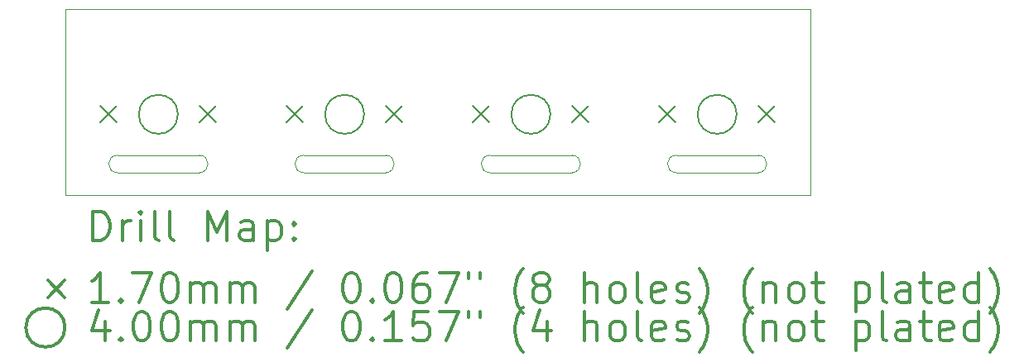
<source format=gbr>
%FSLAX45Y45*%
G04 Gerber Fmt 4.5, Leading zero omitted, Abs format (unit mm)*
G04 Created by KiCad (PCBNEW (5.1.9)-1) date 2021-10-01 07:45:44*
%MOMM*%
%LPD*%
G01*
G04 APERTURE LIST*
%TA.AperFunction,Profile*%
%ADD10C,0.050000*%
%TD*%
%ADD11C,0.200000*%
%ADD12C,0.300000*%
G04 APERTURE END LIST*
D10*
X17164050Y-8540750D02*
X17164050Y-10445750D01*
X15792450Y-10217150D02*
G75*
G02*
X15792450Y-10039350I0J88900D01*
G01*
X13887450Y-10217150D02*
G75*
G02*
X13887450Y-10039350I0J88900D01*
G01*
X11982450Y-10217150D02*
G75*
G02*
X11982450Y-10039350I0J88900D01*
G01*
X16630650Y-10217150D02*
X15792450Y-10217150D01*
X14725650Y-10217150D02*
X13887450Y-10217150D01*
X12820650Y-10217150D02*
X11982450Y-10217150D01*
X17164050Y-10445750D02*
X15259050Y-10445750D01*
X15259050Y-10445750D02*
X13354050Y-10445750D01*
X13354050Y-10445750D02*
X11449050Y-10445750D01*
X17164050Y-8540750D02*
X15259050Y-8540750D01*
X15259050Y-8540750D02*
X13354050Y-8540750D01*
X13354050Y-8540750D02*
X11449050Y-8540750D01*
X16630650Y-10039350D02*
G75*
G02*
X16630650Y-10217150I0J-88900D01*
G01*
X14725650Y-10039350D02*
G75*
G02*
X14725650Y-10217150I0J-88900D01*
G01*
X12820650Y-10039350D02*
G75*
G02*
X12820650Y-10217150I0J-88900D01*
G01*
X16630650Y-10039350D02*
X15792450Y-10039350D01*
X14725650Y-10039350D02*
X13887450Y-10039350D01*
X12820650Y-10039350D02*
X11982450Y-10039350D01*
X10915650Y-10039350D02*
G75*
G02*
X10915650Y-10217150I0J-88900D01*
G01*
X10077450Y-10217150D02*
G75*
G02*
X10077450Y-10039350I0J88900D01*
G01*
X10915650Y-10217150D02*
X10077450Y-10217150D01*
X10915650Y-10039350D02*
X10077450Y-10039350D01*
X11449050Y-10445750D02*
X9544050Y-10445750D01*
X11449050Y-8540750D02*
X9544050Y-8540750D01*
X9544050Y-8540750D02*
X9544050Y-10445750D01*
D11*
X9903550Y-9535250D02*
X10073550Y-9705250D01*
X10073550Y-9535250D02*
X9903550Y-9705250D01*
X10919550Y-9535250D02*
X11089550Y-9705250D01*
X11089550Y-9535250D02*
X10919550Y-9705250D01*
X11808550Y-9535250D02*
X11978550Y-9705250D01*
X11978550Y-9535250D02*
X11808550Y-9705250D01*
X12824550Y-9535250D02*
X12994550Y-9705250D01*
X12994550Y-9535250D02*
X12824550Y-9705250D01*
X13713550Y-9535250D02*
X13883550Y-9705250D01*
X13883550Y-9535250D02*
X13713550Y-9705250D01*
X14729550Y-9535250D02*
X14899550Y-9705250D01*
X14899550Y-9535250D02*
X14729550Y-9705250D01*
X15618550Y-9535250D02*
X15788550Y-9705250D01*
X15788550Y-9535250D02*
X15618550Y-9705250D01*
X16634550Y-9535250D02*
X16804550Y-9705250D01*
X16804550Y-9535250D02*
X16634550Y-9705250D01*
X10696550Y-9620250D02*
G75*
G03*
X10696550Y-9620250I-200000J0D01*
G01*
X12601550Y-9620250D02*
G75*
G03*
X12601550Y-9620250I-200000J0D01*
G01*
X14506550Y-9620250D02*
G75*
G03*
X14506550Y-9620250I-200000J0D01*
G01*
X16411550Y-9620250D02*
G75*
G03*
X16411550Y-9620250I-200000J0D01*
G01*
D12*
X9827978Y-10913964D02*
X9827978Y-10613964D01*
X9899407Y-10613964D01*
X9942264Y-10628250D01*
X9970836Y-10656822D01*
X9985121Y-10685393D01*
X9999407Y-10742536D01*
X9999407Y-10785393D01*
X9985121Y-10842536D01*
X9970836Y-10871107D01*
X9942264Y-10899679D01*
X9899407Y-10913964D01*
X9827978Y-10913964D01*
X10127978Y-10913964D02*
X10127978Y-10713964D01*
X10127978Y-10771107D02*
X10142264Y-10742536D01*
X10156550Y-10728250D01*
X10185121Y-10713964D01*
X10213693Y-10713964D01*
X10313693Y-10913964D02*
X10313693Y-10713964D01*
X10313693Y-10613964D02*
X10299407Y-10628250D01*
X10313693Y-10642536D01*
X10327978Y-10628250D01*
X10313693Y-10613964D01*
X10313693Y-10642536D01*
X10499407Y-10913964D02*
X10470836Y-10899679D01*
X10456550Y-10871107D01*
X10456550Y-10613964D01*
X10656550Y-10913964D02*
X10627978Y-10899679D01*
X10613693Y-10871107D01*
X10613693Y-10613964D01*
X10999407Y-10913964D02*
X10999407Y-10613964D01*
X11099407Y-10828250D01*
X11199407Y-10613964D01*
X11199407Y-10913964D01*
X11470836Y-10913964D02*
X11470836Y-10756822D01*
X11456550Y-10728250D01*
X11427978Y-10713964D01*
X11370836Y-10713964D01*
X11342264Y-10728250D01*
X11470836Y-10899679D02*
X11442264Y-10913964D01*
X11370836Y-10913964D01*
X11342264Y-10899679D01*
X11327978Y-10871107D01*
X11327978Y-10842536D01*
X11342264Y-10813964D01*
X11370836Y-10799679D01*
X11442264Y-10799679D01*
X11470836Y-10785393D01*
X11613693Y-10713964D02*
X11613693Y-11013964D01*
X11613693Y-10728250D02*
X11642264Y-10713964D01*
X11699407Y-10713964D01*
X11727978Y-10728250D01*
X11742264Y-10742536D01*
X11756550Y-10771107D01*
X11756550Y-10856822D01*
X11742264Y-10885393D01*
X11727978Y-10899679D01*
X11699407Y-10913964D01*
X11642264Y-10913964D01*
X11613693Y-10899679D01*
X11885121Y-10885393D02*
X11899407Y-10899679D01*
X11885121Y-10913964D01*
X11870836Y-10899679D01*
X11885121Y-10885393D01*
X11885121Y-10913964D01*
X11885121Y-10728250D02*
X11899407Y-10742536D01*
X11885121Y-10756822D01*
X11870836Y-10742536D01*
X11885121Y-10728250D01*
X11885121Y-10756822D01*
X9371550Y-11323250D02*
X9541550Y-11493250D01*
X9541550Y-11323250D02*
X9371550Y-11493250D01*
X9985121Y-11543964D02*
X9813693Y-11543964D01*
X9899407Y-11543964D02*
X9899407Y-11243964D01*
X9870836Y-11286821D01*
X9842264Y-11315393D01*
X9813693Y-11329679D01*
X10113693Y-11515393D02*
X10127978Y-11529679D01*
X10113693Y-11543964D01*
X10099407Y-11529679D01*
X10113693Y-11515393D01*
X10113693Y-11543964D01*
X10227978Y-11243964D02*
X10427978Y-11243964D01*
X10299407Y-11543964D01*
X10599407Y-11243964D02*
X10627978Y-11243964D01*
X10656550Y-11258250D01*
X10670836Y-11272536D01*
X10685121Y-11301107D01*
X10699407Y-11358250D01*
X10699407Y-11429679D01*
X10685121Y-11486821D01*
X10670836Y-11515393D01*
X10656550Y-11529679D01*
X10627978Y-11543964D01*
X10599407Y-11543964D01*
X10570836Y-11529679D01*
X10556550Y-11515393D01*
X10542264Y-11486821D01*
X10527978Y-11429679D01*
X10527978Y-11358250D01*
X10542264Y-11301107D01*
X10556550Y-11272536D01*
X10570836Y-11258250D01*
X10599407Y-11243964D01*
X10827978Y-11543964D02*
X10827978Y-11343964D01*
X10827978Y-11372536D02*
X10842264Y-11358250D01*
X10870836Y-11343964D01*
X10913693Y-11343964D01*
X10942264Y-11358250D01*
X10956550Y-11386821D01*
X10956550Y-11543964D01*
X10956550Y-11386821D02*
X10970836Y-11358250D01*
X10999407Y-11343964D01*
X11042264Y-11343964D01*
X11070836Y-11358250D01*
X11085121Y-11386821D01*
X11085121Y-11543964D01*
X11227978Y-11543964D02*
X11227978Y-11343964D01*
X11227978Y-11372536D02*
X11242264Y-11358250D01*
X11270836Y-11343964D01*
X11313693Y-11343964D01*
X11342264Y-11358250D01*
X11356550Y-11386821D01*
X11356550Y-11543964D01*
X11356550Y-11386821D02*
X11370836Y-11358250D01*
X11399407Y-11343964D01*
X11442264Y-11343964D01*
X11470836Y-11358250D01*
X11485121Y-11386821D01*
X11485121Y-11543964D01*
X12070836Y-11229679D02*
X11813693Y-11615393D01*
X12456550Y-11243964D02*
X12485121Y-11243964D01*
X12513693Y-11258250D01*
X12527978Y-11272536D01*
X12542264Y-11301107D01*
X12556550Y-11358250D01*
X12556550Y-11429679D01*
X12542264Y-11486821D01*
X12527978Y-11515393D01*
X12513693Y-11529679D01*
X12485121Y-11543964D01*
X12456550Y-11543964D01*
X12427978Y-11529679D01*
X12413693Y-11515393D01*
X12399407Y-11486821D01*
X12385121Y-11429679D01*
X12385121Y-11358250D01*
X12399407Y-11301107D01*
X12413693Y-11272536D01*
X12427978Y-11258250D01*
X12456550Y-11243964D01*
X12685121Y-11515393D02*
X12699407Y-11529679D01*
X12685121Y-11543964D01*
X12670836Y-11529679D01*
X12685121Y-11515393D01*
X12685121Y-11543964D01*
X12885121Y-11243964D02*
X12913693Y-11243964D01*
X12942264Y-11258250D01*
X12956550Y-11272536D01*
X12970836Y-11301107D01*
X12985121Y-11358250D01*
X12985121Y-11429679D01*
X12970836Y-11486821D01*
X12956550Y-11515393D01*
X12942264Y-11529679D01*
X12913693Y-11543964D01*
X12885121Y-11543964D01*
X12856550Y-11529679D01*
X12842264Y-11515393D01*
X12827978Y-11486821D01*
X12813693Y-11429679D01*
X12813693Y-11358250D01*
X12827978Y-11301107D01*
X12842264Y-11272536D01*
X12856550Y-11258250D01*
X12885121Y-11243964D01*
X13242264Y-11243964D02*
X13185121Y-11243964D01*
X13156550Y-11258250D01*
X13142264Y-11272536D01*
X13113693Y-11315393D01*
X13099407Y-11372536D01*
X13099407Y-11486821D01*
X13113693Y-11515393D01*
X13127978Y-11529679D01*
X13156550Y-11543964D01*
X13213693Y-11543964D01*
X13242264Y-11529679D01*
X13256550Y-11515393D01*
X13270836Y-11486821D01*
X13270836Y-11415393D01*
X13256550Y-11386821D01*
X13242264Y-11372536D01*
X13213693Y-11358250D01*
X13156550Y-11358250D01*
X13127978Y-11372536D01*
X13113693Y-11386821D01*
X13099407Y-11415393D01*
X13370836Y-11243964D02*
X13570836Y-11243964D01*
X13442264Y-11543964D01*
X13670836Y-11243964D02*
X13670836Y-11301107D01*
X13785121Y-11243964D02*
X13785121Y-11301107D01*
X14227978Y-11658250D02*
X14213693Y-11643964D01*
X14185121Y-11601107D01*
X14170836Y-11572536D01*
X14156550Y-11529679D01*
X14142264Y-11458250D01*
X14142264Y-11401107D01*
X14156550Y-11329679D01*
X14170836Y-11286821D01*
X14185121Y-11258250D01*
X14213693Y-11215393D01*
X14227978Y-11201107D01*
X14385121Y-11372536D02*
X14356550Y-11358250D01*
X14342264Y-11343964D01*
X14327978Y-11315393D01*
X14327978Y-11301107D01*
X14342264Y-11272536D01*
X14356550Y-11258250D01*
X14385121Y-11243964D01*
X14442264Y-11243964D01*
X14470836Y-11258250D01*
X14485121Y-11272536D01*
X14499407Y-11301107D01*
X14499407Y-11315393D01*
X14485121Y-11343964D01*
X14470836Y-11358250D01*
X14442264Y-11372536D01*
X14385121Y-11372536D01*
X14356550Y-11386821D01*
X14342264Y-11401107D01*
X14327978Y-11429679D01*
X14327978Y-11486821D01*
X14342264Y-11515393D01*
X14356550Y-11529679D01*
X14385121Y-11543964D01*
X14442264Y-11543964D01*
X14470836Y-11529679D01*
X14485121Y-11515393D01*
X14499407Y-11486821D01*
X14499407Y-11429679D01*
X14485121Y-11401107D01*
X14470836Y-11386821D01*
X14442264Y-11372536D01*
X14856550Y-11543964D02*
X14856550Y-11243964D01*
X14985121Y-11543964D02*
X14985121Y-11386821D01*
X14970836Y-11358250D01*
X14942264Y-11343964D01*
X14899407Y-11343964D01*
X14870836Y-11358250D01*
X14856550Y-11372536D01*
X15170836Y-11543964D02*
X15142264Y-11529679D01*
X15127978Y-11515393D01*
X15113693Y-11486821D01*
X15113693Y-11401107D01*
X15127978Y-11372536D01*
X15142264Y-11358250D01*
X15170836Y-11343964D01*
X15213693Y-11343964D01*
X15242264Y-11358250D01*
X15256550Y-11372536D01*
X15270836Y-11401107D01*
X15270836Y-11486821D01*
X15256550Y-11515393D01*
X15242264Y-11529679D01*
X15213693Y-11543964D01*
X15170836Y-11543964D01*
X15442264Y-11543964D02*
X15413693Y-11529679D01*
X15399407Y-11501107D01*
X15399407Y-11243964D01*
X15670836Y-11529679D02*
X15642264Y-11543964D01*
X15585121Y-11543964D01*
X15556550Y-11529679D01*
X15542264Y-11501107D01*
X15542264Y-11386821D01*
X15556550Y-11358250D01*
X15585121Y-11343964D01*
X15642264Y-11343964D01*
X15670836Y-11358250D01*
X15685121Y-11386821D01*
X15685121Y-11415393D01*
X15542264Y-11443964D01*
X15799407Y-11529679D02*
X15827978Y-11543964D01*
X15885121Y-11543964D01*
X15913693Y-11529679D01*
X15927978Y-11501107D01*
X15927978Y-11486821D01*
X15913693Y-11458250D01*
X15885121Y-11443964D01*
X15842264Y-11443964D01*
X15813693Y-11429679D01*
X15799407Y-11401107D01*
X15799407Y-11386821D01*
X15813693Y-11358250D01*
X15842264Y-11343964D01*
X15885121Y-11343964D01*
X15913693Y-11358250D01*
X16027978Y-11658250D02*
X16042264Y-11643964D01*
X16070836Y-11601107D01*
X16085121Y-11572536D01*
X16099407Y-11529679D01*
X16113693Y-11458250D01*
X16113693Y-11401107D01*
X16099407Y-11329679D01*
X16085121Y-11286821D01*
X16070836Y-11258250D01*
X16042264Y-11215393D01*
X16027978Y-11201107D01*
X16570836Y-11658250D02*
X16556550Y-11643964D01*
X16527978Y-11601107D01*
X16513693Y-11572536D01*
X16499407Y-11529679D01*
X16485121Y-11458250D01*
X16485121Y-11401107D01*
X16499407Y-11329679D01*
X16513693Y-11286821D01*
X16527978Y-11258250D01*
X16556550Y-11215393D01*
X16570836Y-11201107D01*
X16685121Y-11343964D02*
X16685121Y-11543964D01*
X16685121Y-11372536D02*
X16699407Y-11358250D01*
X16727978Y-11343964D01*
X16770836Y-11343964D01*
X16799407Y-11358250D01*
X16813693Y-11386821D01*
X16813693Y-11543964D01*
X16999407Y-11543964D02*
X16970836Y-11529679D01*
X16956550Y-11515393D01*
X16942264Y-11486821D01*
X16942264Y-11401107D01*
X16956550Y-11372536D01*
X16970836Y-11358250D01*
X16999407Y-11343964D01*
X17042264Y-11343964D01*
X17070836Y-11358250D01*
X17085121Y-11372536D01*
X17099407Y-11401107D01*
X17099407Y-11486821D01*
X17085121Y-11515393D01*
X17070836Y-11529679D01*
X17042264Y-11543964D01*
X16999407Y-11543964D01*
X17185121Y-11343964D02*
X17299407Y-11343964D01*
X17227978Y-11243964D02*
X17227978Y-11501107D01*
X17242264Y-11529679D01*
X17270836Y-11543964D01*
X17299407Y-11543964D01*
X17627978Y-11343964D02*
X17627978Y-11643964D01*
X17627978Y-11358250D02*
X17656550Y-11343964D01*
X17713693Y-11343964D01*
X17742264Y-11358250D01*
X17756550Y-11372536D01*
X17770836Y-11401107D01*
X17770836Y-11486821D01*
X17756550Y-11515393D01*
X17742264Y-11529679D01*
X17713693Y-11543964D01*
X17656550Y-11543964D01*
X17627978Y-11529679D01*
X17942264Y-11543964D02*
X17913693Y-11529679D01*
X17899407Y-11501107D01*
X17899407Y-11243964D01*
X18185121Y-11543964D02*
X18185121Y-11386821D01*
X18170836Y-11358250D01*
X18142264Y-11343964D01*
X18085121Y-11343964D01*
X18056550Y-11358250D01*
X18185121Y-11529679D02*
X18156550Y-11543964D01*
X18085121Y-11543964D01*
X18056550Y-11529679D01*
X18042264Y-11501107D01*
X18042264Y-11472536D01*
X18056550Y-11443964D01*
X18085121Y-11429679D01*
X18156550Y-11429679D01*
X18185121Y-11415393D01*
X18285121Y-11343964D02*
X18399407Y-11343964D01*
X18327978Y-11243964D02*
X18327978Y-11501107D01*
X18342264Y-11529679D01*
X18370836Y-11543964D01*
X18399407Y-11543964D01*
X18613693Y-11529679D02*
X18585121Y-11543964D01*
X18527978Y-11543964D01*
X18499407Y-11529679D01*
X18485121Y-11501107D01*
X18485121Y-11386821D01*
X18499407Y-11358250D01*
X18527978Y-11343964D01*
X18585121Y-11343964D01*
X18613693Y-11358250D01*
X18627978Y-11386821D01*
X18627978Y-11415393D01*
X18485121Y-11443964D01*
X18885121Y-11543964D02*
X18885121Y-11243964D01*
X18885121Y-11529679D02*
X18856550Y-11543964D01*
X18799407Y-11543964D01*
X18770836Y-11529679D01*
X18756550Y-11515393D01*
X18742264Y-11486821D01*
X18742264Y-11401107D01*
X18756550Y-11372536D01*
X18770836Y-11358250D01*
X18799407Y-11343964D01*
X18856550Y-11343964D01*
X18885121Y-11358250D01*
X18999407Y-11658250D02*
X19013693Y-11643964D01*
X19042264Y-11601107D01*
X19056550Y-11572536D01*
X19070836Y-11529679D01*
X19085121Y-11458250D01*
X19085121Y-11401107D01*
X19070836Y-11329679D01*
X19056550Y-11286821D01*
X19042264Y-11258250D01*
X19013693Y-11215393D01*
X18999407Y-11201107D01*
X9541550Y-11804250D02*
G75*
G03*
X9541550Y-11804250I-200000J0D01*
G01*
X9956550Y-11739964D02*
X9956550Y-11939964D01*
X9885121Y-11625679D02*
X9813693Y-11839964D01*
X9999407Y-11839964D01*
X10113693Y-11911393D02*
X10127978Y-11925679D01*
X10113693Y-11939964D01*
X10099407Y-11925679D01*
X10113693Y-11911393D01*
X10113693Y-11939964D01*
X10313693Y-11639964D02*
X10342264Y-11639964D01*
X10370836Y-11654250D01*
X10385121Y-11668536D01*
X10399407Y-11697107D01*
X10413693Y-11754250D01*
X10413693Y-11825679D01*
X10399407Y-11882821D01*
X10385121Y-11911393D01*
X10370836Y-11925679D01*
X10342264Y-11939964D01*
X10313693Y-11939964D01*
X10285121Y-11925679D01*
X10270836Y-11911393D01*
X10256550Y-11882821D01*
X10242264Y-11825679D01*
X10242264Y-11754250D01*
X10256550Y-11697107D01*
X10270836Y-11668536D01*
X10285121Y-11654250D01*
X10313693Y-11639964D01*
X10599407Y-11639964D02*
X10627978Y-11639964D01*
X10656550Y-11654250D01*
X10670836Y-11668536D01*
X10685121Y-11697107D01*
X10699407Y-11754250D01*
X10699407Y-11825679D01*
X10685121Y-11882821D01*
X10670836Y-11911393D01*
X10656550Y-11925679D01*
X10627978Y-11939964D01*
X10599407Y-11939964D01*
X10570836Y-11925679D01*
X10556550Y-11911393D01*
X10542264Y-11882821D01*
X10527978Y-11825679D01*
X10527978Y-11754250D01*
X10542264Y-11697107D01*
X10556550Y-11668536D01*
X10570836Y-11654250D01*
X10599407Y-11639964D01*
X10827978Y-11939964D02*
X10827978Y-11739964D01*
X10827978Y-11768536D02*
X10842264Y-11754250D01*
X10870836Y-11739964D01*
X10913693Y-11739964D01*
X10942264Y-11754250D01*
X10956550Y-11782821D01*
X10956550Y-11939964D01*
X10956550Y-11782821D02*
X10970836Y-11754250D01*
X10999407Y-11739964D01*
X11042264Y-11739964D01*
X11070836Y-11754250D01*
X11085121Y-11782821D01*
X11085121Y-11939964D01*
X11227978Y-11939964D02*
X11227978Y-11739964D01*
X11227978Y-11768536D02*
X11242264Y-11754250D01*
X11270836Y-11739964D01*
X11313693Y-11739964D01*
X11342264Y-11754250D01*
X11356550Y-11782821D01*
X11356550Y-11939964D01*
X11356550Y-11782821D02*
X11370836Y-11754250D01*
X11399407Y-11739964D01*
X11442264Y-11739964D01*
X11470836Y-11754250D01*
X11485121Y-11782821D01*
X11485121Y-11939964D01*
X12070836Y-11625679D02*
X11813693Y-12011393D01*
X12456550Y-11639964D02*
X12485121Y-11639964D01*
X12513693Y-11654250D01*
X12527978Y-11668536D01*
X12542264Y-11697107D01*
X12556550Y-11754250D01*
X12556550Y-11825679D01*
X12542264Y-11882821D01*
X12527978Y-11911393D01*
X12513693Y-11925679D01*
X12485121Y-11939964D01*
X12456550Y-11939964D01*
X12427978Y-11925679D01*
X12413693Y-11911393D01*
X12399407Y-11882821D01*
X12385121Y-11825679D01*
X12385121Y-11754250D01*
X12399407Y-11697107D01*
X12413693Y-11668536D01*
X12427978Y-11654250D01*
X12456550Y-11639964D01*
X12685121Y-11911393D02*
X12699407Y-11925679D01*
X12685121Y-11939964D01*
X12670836Y-11925679D01*
X12685121Y-11911393D01*
X12685121Y-11939964D01*
X12985121Y-11939964D02*
X12813693Y-11939964D01*
X12899407Y-11939964D02*
X12899407Y-11639964D01*
X12870836Y-11682821D01*
X12842264Y-11711393D01*
X12813693Y-11725679D01*
X13256550Y-11639964D02*
X13113693Y-11639964D01*
X13099407Y-11782821D01*
X13113693Y-11768536D01*
X13142264Y-11754250D01*
X13213693Y-11754250D01*
X13242264Y-11768536D01*
X13256550Y-11782821D01*
X13270836Y-11811393D01*
X13270836Y-11882821D01*
X13256550Y-11911393D01*
X13242264Y-11925679D01*
X13213693Y-11939964D01*
X13142264Y-11939964D01*
X13113693Y-11925679D01*
X13099407Y-11911393D01*
X13370836Y-11639964D02*
X13570836Y-11639964D01*
X13442264Y-11939964D01*
X13670836Y-11639964D02*
X13670836Y-11697107D01*
X13785121Y-11639964D02*
X13785121Y-11697107D01*
X14227978Y-12054250D02*
X14213693Y-12039964D01*
X14185121Y-11997107D01*
X14170836Y-11968536D01*
X14156550Y-11925679D01*
X14142264Y-11854250D01*
X14142264Y-11797107D01*
X14156550Y-11725679D01*
X14170836Y-11682821D01*
X14185121Y-11654250D01*
X14213693Y-11611393D01*
X14227978Y-11597107D01*
X14470836Y-11739964D02*
X14470836Y-11939964D01*
X14399407Y-11625679D02*
X14327978Y-11839964D01*
X14513693Y-11839964D01*
X14856550Y-11939964D02*
X14856550Y-11639964D01*
X14985121Y-11939964D02*
X14985121Y-11782821D01*
X14970836Y-11754250D01*
X14942264Y-11739964D01*
X14899407Y-11739964D01*
X14870836Y-11754250D01*
X14856550Y-11768536D01*
X15170836Y-11939964D02*
X15142264Y-11925679D01*
X15127978Y-11911393D01*
X15113693Y-11882821D01*
X15113693Y-11797107D01*
X15127978Y-11768536D01*
X15142264Y-11754250D01*
X15170836Y-11739964D01*
X15213693Y-11739964D01*
X15242264Y-11754250D01*
X15256550Y-11768536D01*
X15270836Y-11797107D01*
X15270836Y-11882821D01*
X15256550Y-11911393D01*
X15242264Y-11925679D01*
X15213693Y-11939964D01*
X15170836Y-11939964D01*
X15442264Y-11939964D02*
X15413693Y-11925679D01*
X15399407Y-11897107D01*
X15399407Y-11639964D01*
X15670836Y-11925679D02*
X15642264Y-11939964D01*
X15585121Y-11939964D01*
X15556550Y-11925679D01*
X15542264Y-11897107D01*
X15542264Y-11782821D01*
X15556550Y-11754250D01*
X15585121Y-11739964D01*
X15642264Y-11739964D01*
X15670836Y-11754250D01*
X15685121Y-11782821D01*
X15685121Y-11811393D01*
X15542264Y-11839964D01*
X15799407Y-11925679D02*
X15827978Y-11939964D01*
X15885121Y-11939964D01*
X15913693Y-11925679D01*
X15927978Y-11897107D01*
X15927978Y-11882821D01*
X15913693Y-11854250D01*
X15885121Y-11839964D01*
X15842264Y-11839964D01*
X15813693Y-11825679D01*
X15799407Y-11797107D01*
X15799407Y-11782821D01*
X15813693Y-11754250D01*
X15842264Y-11739964D01*
X15885121Y-11739964D01*
X15913693Y-11754250D01*
X16027978Y-12054250D02*
X16042264Y-12039964D01*
X16070836Y-11997107D01*
X16085121Y-11968536D01*
X16099407Y-11925679D01*
X16113693Y-11854250D01*
X16113693Y-11797107D01*
X16099407Y-11725679D01*
X16085121Y-11682821D01*
X16070836Y-11654250D01*
X16042264Y-11611393D01*
X16027978Y-11597107D01*
X16570836Y-12054250D02*
X16556550Y-12039964D01*
X16527978Y-11997107D01*
X16513693Y-11968536D01*
X16499407Y-11925679D01*
X16485121Y-11854250D01*
X16485121Y-11797107D01*
X16499407Y-11725679D01*
X16513693Y-11682821D01*
X16527978Y-11654250D01*
X16556550Y-11611393D01*
X16570836Y-11597107D01*
X16685121Y-11739964D02*
X16685121Y-11939964D01*
X16685121Y-11768536D02*
X16699407Y-11754250D01*
X16727978Y-11739964D01*
X16770836Y-11739964D01*
X16799407Y-11754250D01*
X16813693Y-11782821D01*
X16813693Y-11939964D01*
X16999407Y-11939964D02*
X16970836Y-11925679D01*
X16956550Y-11911393D01*
X16942264Y-11882821D01*
X16942264Y-11797107D01*
X16956550Y-11768536D01*
X16970836Y-11754250D01*
X16999407Y-11739964D01*
X17042264Y-11739964D01*
X17070836Y-11754250D01*
X17085121Y-11768536D01*
X17099407Y-11797107D01*
X17099407Y-11882821D01*
X17085121Y-11911393D01*
X17070836Y-11925679D01*
X17042264Y-11939964D01*
X16999407Y-11939964D01*
X17185121Y-11739964D02*
X17299407Y-11739964D01*
X17227978Y-11639964D02*
X17227978Y-11897107D01*
X17242264Y-11925679D01*
X17270836Y-11939964D01*
X17299407Y-11939964D01*
X17627978Y-11739964D02*
X17627978Y-12039964D01*
X17627978Y-11754250D02*
X17656550Y-11739964D01*
X17713693Y-11739964D01*
X17742264Y-11754250D01*
X17756550Y-11768536D01*
X17770836Y-11797107D01*
X17770836Y-11882821D01*
X17756550Y-11911393D01*
X17742264Y-11925679D01*
X17713693Y-11939964D01*
X17656550Y-11939964D01*
X17627978Y-11925679D01*
X17942264Y-11939964D02*
X17913693Y-11925679D01*
X17899407Y-11897107D01*
X17899407Y-11639964D01*
X18185121Y-11939964D02*
X18185121Y-11782821D01*
X18170836Y-11754250D01*
X18142264Y-11739964D01*
X18085121Y-11739964D01*
X18056550Y-11754250D01*
X18185121Y-11925679D02*
X18156550Y-11939964D01*
X18085121Y-11939964D01*
X18056550Y-11925679D01*
X18042264Y-11897107D01*
X18042264Y-11868536D01*
X18056550Y-11839964D01*
X18085121Y-11825679D01*
X18156550Y-11825679D01*
X18185121Y-11811393D01*
X18285121Y-11739964D02*
X18399407Y-11739964D01*
X18327978Y-11639964D02*
X18327978Y-11897107D01*
X18342264Y-11925679D01*
X18370836Y-11939964D01*
X18399407Y-11939964D01*
X18613693Y-11925679D02*
X18585121Y-11939964D01*
X18527978Y-11939964D01*
X18499407Y-11925679D01*
X18485121Y-11897107D01*
X18485121Y-11782821D01*
X18499407Y-11754250D01*
X18527978Y-11739964D01*
X18585121Y-11739964D01*
X18613693Y-11754250D01*
X18627978Y-11782821D01*
X18627978Y-11811393D01*
X18485121Y-11839964D01*
X18885121Y-11939964D02*
X18885121Y-11639964D01*
X18885121Y-11925679D02*
X18856550Y-11939964D01*
X18799407Y-11939964D01*
X18770836Y-11925679D01*
X18756550Y-11911393D01*
X18742264Y-11882821D01*
X18742264Y-11797107D01*
X18756550Y-11768536D01*
X18770836Y-11754250D01*
X18799407Y-11739964D01*
X18856550Y-11739964D01*
X18885121Y-11754250D01*
X18999407Y-12054250D02*
X19013693Y-12039964D01*
X19042264Y-11997107D01*
X19056550Y-11968536D01*
X19070836Y-11925679D01*
X19085121Y-11854250D01*
X19085121Y-11797107D01*
X19070836Y-11725679D01*
X19056550Y-11682821D01*
X19042264Y-11654250D01*
X19013693Y-11611393D01*
X18999407Y-11597107D01*
M02*

</source>
